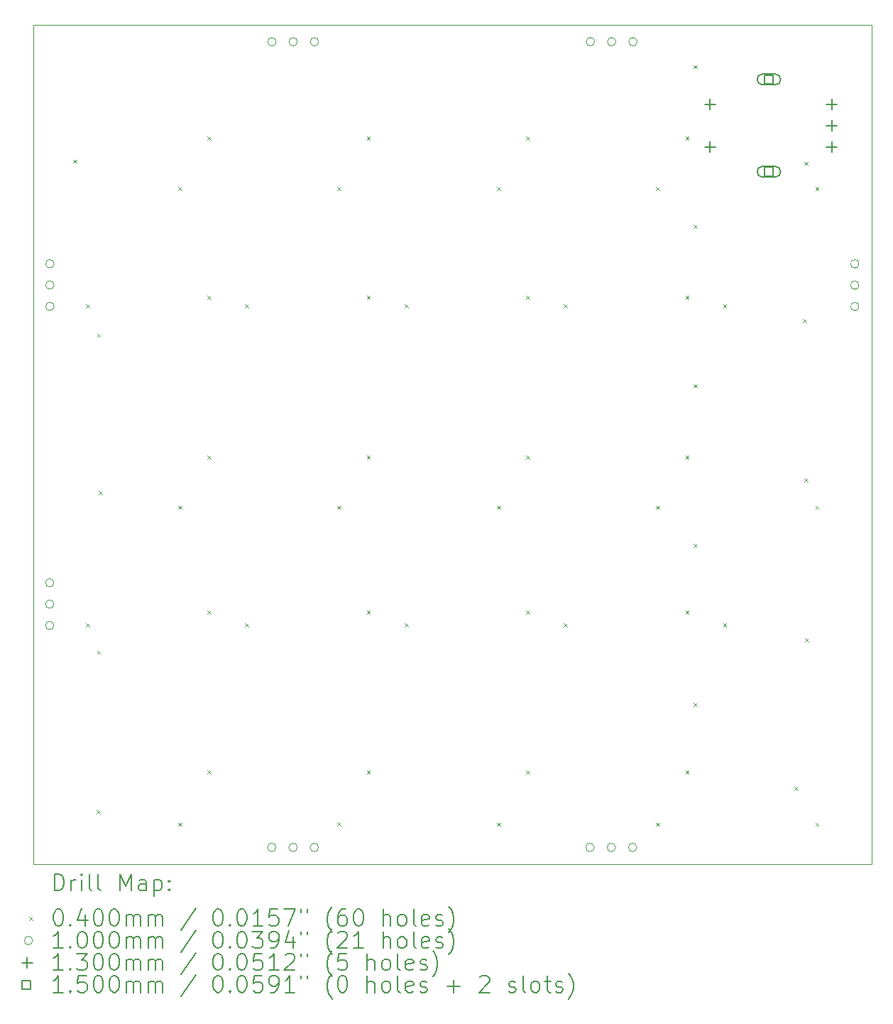
<source format=gbr>
%FSLAX45Y45*%
G04 Gerber Fmt 4.5, Leading zero omitted, Abs format (unit mm)*
G04 Created by KiCad (PCBNEW (6.0.5)) date 2022-06-26 21:28:01*
%MOMM*%
%LPD*%
G01*
G04 APERTURE LIST*
%TA.AperFunction,Profile*%
%ADD10C,0.100000*%
%TD*%
%ADD11C,0.200000*%
%ADD12C,0.040000*%
%ADD13C,0.100000*%
%ADD14C,0.130002*%
%ADD15C,0.150002*%
G04 APERTURE END LIST*
D10*
X3600000Y-3800000D02*
X13600000Y-3800000D01*
X3600000Y-13800000D02*
X3600000Y-3800000D01*
X13600000Y-13800000D02*
X3600000Y-13800000D01*
X13600000Y-3800000D02*
X13600000Y-13800000D01*
D11*
D12*
X4080000Y-5405000D02*
X4120000Y-5445000D01*
X4120000Y-5405000D02*
X4080000Y-5445000D01*
X4230000Y-7130000D02*
X4270000Y-7170000D01*
X4270000Y-7130000D02*
X4230000Y-7170000D01*
X4230000Y-10930000D02*
X4270000Y-10970000D01*
X4270000Y-10930000D02*
X4230000Y-10970000D01*
X4355000Y-13155000D02*
X4395000Y-13195000D01*
X4395000Y-13155000D02*
X4355000Y-13195000D01*
X4362450Y-7480000D02*
X4402450Y-7520000D01*
X4402450Y-7480000D02*
X4362450Y-7520000D01*
X4362450Y-11255000D02*
X4402450Y-11295000D01*
X4402450Y-11255000D02*
X4362450Y-11295000D01*
X4380000Y-9355000D02*
X4420000Y-9395000D01*
X4420000Y-9355000D02*
X4380000Y-9395000D01*
X5330000Y-5730000D02*
X5370000Y-5770000D01*
X5370000Y-5730000D02*
X5330000Y-5770000D01*
X5330000Y-9530000D02*
X5370000Y-9570000D01*
X5370000Y-9530000D02*
X5330000Y-9570000D01*
X5330000Y-13305000D02*
X5370000Y-13345000D01*
X5370000Y-13305000D02*
X5330000Y-13345000D01*
X5680000Y-5130000D02*
X5720000Y-5170000D01*
X5720000Y-5130000D02*
X5680000Y-5170000D01*
X5680000Y-7030000D02*
X5720000Y-7070000D01*
X5720000Y-7030000D02*
X5680000Y-7070000D01*
X5680000Y-8930000D02*
X5720000Y-8970000D01*
X5720000Y-8930000D02*
X5680000Y-8970000D01*
X5680000Y-10780000D02*
X5720000Y-10820000D01*
X5720000Y-10780000D02*
X5680000Y-10820000D01*
X5680000Y-12680000D02*
X5720000Y-12720000D01*
X5720000Y-12680000D02*
X5680000Y-12720000D01*
X6130000Y-7130000D02*
X6170000Y-7170000D01*
X6170000Y-7130000D02*
X6130000Y-7170000D01*
X6130000Y-10930000D02*
X6170000Y-10970000D01*
X6170000Y-10930000D02*
X6130000Y-10970000D01*
X7230000Y-5730000D02*
X7270000Y-5770000D01*
X7270000Y-5730000D02*
X7230000Y-5770000D01*
X7230000Y-9530000D02*
X7270000Y-9570000D01*
X7270000Y-9530000D02*
X7230000Y-9570000D01*
X7230000Y-13303550D02*
X7270000Y-13343550D01*
X7270000Y-13303550D02*
X7230000Y-13343550D01*
X7580000Y-5130000D02*
X7620000Y-5170000D01*
X7620000Y-5130000D02*
X7580000Y-5170000D01*
X7580000Y-7030000D02*
X7620000Y-7070000D01*
X7620000Y-7030000D02*
X7580000Y-7070000D01*
X7580000Y-8930000D02*
X7620000Y-8970000D01*
X7620000Y-8930000D02*
X7580000Y-8970000D01*
X7580000Y-10780000D02*
X7620000Y-10820000D01*
X7620000Y-10780000D02*
X7580000Y-10820000D01*
X7580000Y-12680000D02*
X7620000Y-12720000D01*
X7620000Y-12680000D02*
X7580000Y-12720000D01*
X8030000Y-7130000D02*
X8070000Y-7170000D01*
X8070000Y-7130000D02*
X8030000Y-7170000D01*
X8030000Y-10930000D02*
X8070000Y-10970000D01*
X8070000Y-10930000D02*
X8030000Y-10970000D01*
X9130000Y-5730000D02*
X9170000Y-5770000D01*
X9170000Y-5730000D02*
X9130000Y-5770000D01*
X9130000Y-9530000D02*
X9170000Y-9570000D01*
X9170000Y-9530000D02*
X9130000Y-9570000D01*
X9130000Y-13305000D02*
X9170000Y-13345000D01*
X9170000Y-13305000D02*
X9130000Y-13345000D01*
X9480000Y-5130000D02*
X9520000Y-5170000D01*
X9520000Y-5130000D02*
X9480000Y-5170000D01*
X9480000Y-7030000D02*
X9520000Y-7070000D01*
X9520000Y-7030000D02*
X9480000Y-7070000D01*
X9480000Y-8930000D02*
X9520000Y-8970000D01*
X9520000Y-8930000D02*
X9480000Y-8970000D01*
X9480000Y-10780000D02*
X9520000Y-10820000D01*
X9520000Y-10780000D02*
X9480000Y-10820000D01*
X9480000Y-12680000D02*
X9520000Y-12720000D01*
X9520000Y-12680000D02*
X9480000Y-12720000D01*
X9930000Y-7130000D02*
X9970000Y-7170000D01*
X9970000Y-7130000D02*
X9930000Y-7170000D01*
X9930000Y-10930000D02*
X9970000Y-10970000D01*
X9970000Y-10930000D02*
X9930000Y-10970000D01*
X11030000Y-5730000D02*
X11070000Y-5770000D01*
X11070000Y-5730000D02*
X11030000Y-5770000D01*
X11030000Y-9530000D02*
X11070000Y-9570000D01*
X11070000Y-9530000D02*
X11030000Y-9570000D01*
X11030000Y-13305000D02*
X11070000Y-13345000D01*
X11070000Y-13305000D02*
X11030000Y-13345000D01*
X11380000Y-5130000D02*
X11420000Y-5170000D01*
X11420000Y-5130000D02*
X11380000Y-5170000D01*
X11380000Y-7030000D02*
X11420000Y-7070000D01*
X11420000Y-7030000D02*
X11380000Y-7070000D01*
X11380000Y-8930000D02*
X11420000Y-8970000D01*
X11420000Y-8930000D02*
X11380000Y-8970000D01*
X11380000Y-10780000D02*
X11420000Y-10820000D01*
X11420000Y-10780000D02*
X11380000Y-10820000D01*
X11380000Y-12680000D02*
X11420000Y-12720000D01*
X11420000Y-12680000D02*
X11380000Y-12720000D01*
X11480000Y-4280000D02*
X11520000Y-4320000D01*
X11520000Y-4280000D02*
X11480000Y-4320000D01*
X11480000Y-6180000D02*
X11520000Y-6220000D01*
X11520000Y-6180000D02*
X11480000Y-6220000D01*
X11480000Y-8080000D02*
X11520000Y-8120000D01*
X11520000Y-8080000D02*
X11480000Y-8120000D01*
X11480000Y-9980000D02*
X11520000Y-10020000D01*
X11520000Y-9980000D02*
X11480000Y-10020000D01*
X11480000Y-11880000D02*
X11520000Y-11920000D01*
X11520000Y-11880000D02*
X11480000Y-11920000D01*
X11830000Y-7130000D02*
X11870000Y-7170000D01*
X11870000Y-7130000D02*
X11830000Y-7170000D01*
X11830000Y-10930000D02*
X11870000Y-10970000D01*
X11870000Y-10930000D02*
X11830000Y-10970000D01*
X12680000Y-12880000D02*
X12720000Y-12920000D01*
X12720000Y-12880000D02*
X12680000Y-12920000D01*
X12780000Y-7305000D02*
X12820000Y-7345000D01*
X12820000Y-7305000D02*
X12780000Y-7345000D01*
X12797550Y-5430000D02*
X12837550Y-5470000D01*
X12837550Y-5430000D02*
X12797550Y-5470000D01*
X12797550Y-9205000D02*
X12837550Y-9245000D01*
X12837550Y-9205000D02*
X12797550Y-9245000D01*
X12805000Y-11105000D02*
X12845000Y-11145000D01*
X12845000Y-11105000D02*
X12805000Y-11145000D01*
X12930000Y-5730000D02*
X12970000Y-5770000D01*
X12970000Y-5730000D02*
X12930000Y-5770000D01*
X12930000Y-9530000D02*
X12970000Y-9570000D01*
X12970000Y-9530000D02*
X12930000Y-9570000D01*
X12930000Y-13305000D02*
X12970000Y-13345000D01*
X12970000Y-13305000D02*
X12930000Y-13345000D01*
D13*
X3847500Y-10447500D02*
G75*
G03*
X3847500Y-10447500I-50000J0D01*
G01*
X3847500Y-10701500D02*
G75*
G03*
X3847500Y-10701500I-50000J0D01*
G01*
X3847500Y-10955500D02*
G75*
G03*
X3847500Y-10955500I-50000J0D01*
G01*
X3850000Y-6646000D02*
G75*
G03*
X3850000Y-6646000I-50000J0D01*
G01*
X3850000Y-6900000D02*
G75*
G03*
X3850000Y-6900000I-50000J0D01*
G01*
X3850000Y-7154000D02*
G75*
G03*
X3850000Y-7154000I-50000J0D01*
G01*
X6496000Y-13600000D02*
G75*
G03*
X6496000Y-13600000I-50000J0D01*
G01*
X6497500Y-4002500D02*
G75*
G03*
X6497500Y-4002500I-50000J0D01*
G01*
X6750000Y-13600000D02*
G75*
G03*
X6750000Y-13600000I-50000J0D01*
G01*
X6751500Y-4002500D02*
G75*
G03*
X6751500Y-4002500I-50000J0D01*
G01*
X7004000Y-13600000D02*
G75*
G03*
X7004000Y-13600000I-50000J0D01*
G01*
X7005500Y-4002500D02*
G75*
G03*
X7005500Y-4002500I-50000J0D01*
G01*
X10292000Y-13600000D02*
G75*
G03*
X10292000Y-13600000I-50000J0D01*
G01*
X10296000Y-4000000D02*
G75*
G03*
X10296000Y-4000000I-50000J0D01*
G01*
X10546000Y-13600000D02*
G75*
G03*
X10546000Y-13600000I-50000J0D01*
G01*
X10550000Y-4000000D02*
G75*
G03*
X10550000Y-4000000I-50000J0D01*
G01*
X10800000Y-13600000D02*
G75*
G03*
X10800000Y-13600000I-50000J0D01*
G01*
X10804000Y-4000000D02*
G75*
G03*
X10804000Y-4000000I-50000J0D01*
G01*
X13450000Y-6647500D02*
G75*
G03*
X13450000Y-6647500I-50000J0D01*
G01*
X13450000Y-6901500D02*
G75*
G03*
X13450000Y-6901500I-50000J0D01*
G01*
X13450000Y-7155500D02*
G75*
G03*
X13450000Y-7155500I-50000J0D01*
G01*
D14*
X11675000Y-4680999D02*
X11675000Y-4811001D01*
X11609999Y-4746000D02*
X11740001Y-4746000D01*
X11675000Y-5188999D02*
X11675000Y-5319001D01*
X11609999Y-5254000D02*
X11740001Y-5254000D01*
X13125000Y-4680999D02*
X13125000Y-4811001D01*
X13059999Y-4746000D02*
X13190001Y-4746000D01*
X13125000Y-4934999D02*
X13125000Y-5065001D01*
X13059999Y-5000000D02*
X13190001Y-5000000D01*
X13125000Y-5188999D02*
X13125000Y-5319001D01*
X13059999Y-5254000D02*
X13190001Y-5254000D01*
D15*
X12428034Y-4503034D02*
X12428034Y-4396966D01*
X12321966Y-4396966D01*
X12321966Y-4503034D01*
X12428034Y-4503034D01*
D11*
X12449999Y-4384999D02*
X12300001Y-4384999D01*
X12449999Y-4515001D02*
X12300001Y-4515001D01*
X12300001Y-4384999D02*
G75*
G03*
X12300001Y-4515001I0J-65001D01*
G01*
X12449999Y-4515001D02*
G75*
G03*
X12449999Y-4384999I0J65001D01*
G01*
D15*
X12428034Y-5603034D02*
X12428034Y-5496966D01*
X12321966Y-5496966D01*
X12321966Y-5603034D01*
X12428034Y-5603034D01*
D11*
X12449999Y-5484999D02*
X12300001Y-5484999D01*
X12449999Y-5615001D02*
X12300001Y-5615001D01*
X12300001Y-5484999D02*
G75*
G03*
X12300001Y-5615001I0J-65001D01*
G01*
X12449999Y-5615001D02*
G75*
G03*
X12449999Y-5484999I0J65001D01*
G01*
X3852619Y-14115476D02*
X3852619Y-13915476D01*
X3900238Y-13915476D01*
X3928809Y-13925000D01*
X3947857Y-13944048D01*
X3957381Y-13963095D01*
X3966905Y-14001190D01*
X3966905Y-14029762D01*
X3957381Y-14067857D01*
X3947857Y-14086905D01*
X3928809Y-14105952D01*
X3900238Y-14115476D01*
X3852619Y-14115476D01*
X4052619Y-14115476D02*
X4052619Y-13982143D01*
X4052619Y-14020238D02*
X4062143Y-14001190D01*
X4071667Y-13991667D01*
X4090714Y-13982143D01*
X4109762Y-13982143D01*
X4176428Y-14115476D02*
X4176428Y-13982143D01*
X4176428Y-13915476D02*
X4166905Y-13925000D01*
X4176428Y-13934524D01*
X4185952Y-13925000D01*
X4176428Y-13915476D01*
X4176428Y-13934524D01*
X4300238Y-14115476D02*
X4281190Y-14105952D01*
X4271667Y-14086905D01*
X4271667Y-13915476D01*
X4405000Y-14115476D02*
X4385952Y-14105952D01*
X4376429Y-14086905D01*
X4376429Y-13915476D01*
X4633571Y-14115476D02*
X4633571Y-13915476D01*
X4700238Y-14058333D01*
X4766905Y-13915476D01*
X4766905Y-14115476D01*
X4947857Y-14115476D02*
X4947857Y-14010714D01*
X4938333Y-13991667D01*
X4919286Y-13982143D01*
X4881190Y-13982143D01*
X4862143Y-13991667D01*
X4947857Y-14105952D02*
X4928810Y-14115476D01*
X4881190Y-14115476D01*
X4862143Y-14105952D01*
X4852619Y-14086905D01*
X4852619Y-14067857D01*
X4862143Y-14048809D01*
X4881190Y-14039286D01*
X4928810Y-14039286D01*
X4947857Y-14029762D01*
X5043095Y-13982143D02*
X5043095Y-14182143D01*
X5043095Y-13991667D02*
X5062143Y-13982143D01*
X5100238Y-13982143D01*
X5119286Y-13991667D01*
X5128810Y-14001190D01*
X5138333Y-14020238D01*
X5138333Y-14077381D01*
X5128810Y-14096428D01*
X5119286Y-14105952D01*
X5100238Y-14115476D01*
X5062143Y-14115476D01*
X5043095Y-14105952D01*
X5224048Y-14096428D02*
X5233571Y-14105952D01*
X5224048Y-14115476D01*
X5214524Y-14105952D01*
X5224048Y-14096428D01*
X5224048Y-14115476D01*
X5224048Y-13991667D02*
X5233571Y-14001190D01*
X5224048Y-14010714D01*
X5214524Y-14001190D01*
X5224048Y-13991667D01*
X5224048Y-14010714D01*
D12*
X3555000Y-14425000D02*
X3595000Y-14465000D01*
X3595000Y-14425000D02*
X3555000Y-14465000D01*
D11*
X3890714Y-14335476D02*
X3909762Y-14335476D01*
X3928809Y-14345000D01*
X3938333Y-14354524D01*
X3947857Y-14373571D01*
X3957381Y-14411667D01*
X3957381Y-14459286D01*
X3947857Y-14497381D01*
X3938333Y-14516428D01*
X3928809Y-14525952D01*
X3909762Y-14535476D01*
X3890714Y-14535476D01*
X3871667Y-14525952D01*
X3862143Y-14516428D01*
X3852619Y-14497381D01*
X3843095Y-14459286D01*
X3843095Y-14411667D01*
X3852619Y-14373571D01*
X3862143Y-14354524D01*
X3871667Y-14345000D01*
X3890714Y-14335476D01*
X4043095Y-14516428D02*
X4052619Y-14525952D01*
X4043095Y-14535476D01*
X4033571Y-14525952D01*
X4043095Y-14516428D01*
X4043095Y-14535476D01*
X4224048Y-14402143D02*
X4224048Y-14535476D01*
X4176428Y-14325952D02*
X4128809Y-14468809D01*
X4252619Y-14468809D01*
X4366905Y-14335476D02*
X4385952Y-14335476D01*
X4405000Y-14345000D01*
X4414524Y-14354524D01*
X4424048Y-14373571D01*
X4433571Y-14411667D01*
X4433571Y-14459286D01*
X4424048Y-14497381D01*
X4414524Y-14516428D01*
X4405000Y-14525952D01*
X4385952Y-14535476D01*
X4366905Y-14535476D01*
X4347857Y-14525952D01*
X4338333Y-14516428D01*
X4328810Y-14497381D01*
X4319286Y-14459286D01*
X4319286Y-14411667D01*
X4328810Y-14373571D01*
X4338333Y-14354524D01*
X4347857Y-14345000D01*
X4366905Y-14335476D01*
X4557381Y-14335476D02*
X4576429Y-14335476D01*
X4595476Y-14345000D01*
X4605000Y-14354524D01*
X4614524Y-14373571D01*
X4624048Y-14411667D01*
X4624048Y-14459286D01*
X4614524Y-14497381D01*
X4605000Y-14516428D01*
X4595476Y-14525952D01*
X4576429Y-14535476D01*
X4557381Y-14535476D01*
X4538333Y-14525952D01*
X4528810Y-14516428D01*
X4519286Y-14497381D01*
X4509762Y-14459286D01*
X4509762Y-14411667D01*
X4519286Y-14373571D01*
X4528810Y-14354524D01*
X4538333Y-14345000D01*
X4557381Y-14335476D01*
X4709762Y-14535476D02*
X4709762Y-14402143D01*
X4709762Y-14421190D02*
X4719286Y-14411667D01*
X4738333Y-14402143D01*
X4766905Y-14402143D01*
X4785952Y-14411667D01*
X4795476Y-14430714D01*
X4795476Y-14535476D01*
X4795476Y-14430714D02*
X4805000Y-14411667D01*
X4824048Y-14402143D01*
X4852619Y-14402143D01*
X4871667Y-14411667D01*
X4881190Y-14430714D01*
X4881190Y-14535476D01*
X4976429Y-14535476D02*
X4976429Y-14402143D01*
X4976429Y-14421190D02*
X4985952Y-14411667D01*
X5005000Y-14402143D01*
X5033571Y-14402143D01*
X5052619Y-14411667D01*
X5062143Y-14430714D01*
X5062143Y-14535476D01*
X5062143Y-14430714D02*
X5071667Y-14411667D01*
X5090714Y-14402143D01*
X5119286Y-14402143D01*
X5138333Y-14411667D01*
X5147857Y-14430714D01*
X5147857Y-14535476D01*
X5538333Y-14325952D02*
X5366905Y-14583095D01*
X5795476Y-14335476D02*
X5814524Y-14335476D01*
X5833571Y-14345000D01*
X5843095Y-14354524D01*
X5852619Y-14373571D01*
X5862143Y-14411667D01*
X5862143Y-14459286D01*
X5852619Y-14497381D01*
X5843095Y-14516428D01*
X5833571Y-14525952D01*
X5814524Y-14535476D01*
X5795476Y-14535476D01*
X5776428Y-14525952D01*
X5766905Y-14516428D01*
X5757381Y-14497381D01*
X5747857Y-14459286D01*
X5747857Y-14411667D01*
X5757381Y-14373571D01*
X5766905Y-14354524D01*
X5776428Y-14345000D01*
X5795476Y-14335476D01*
X5947857Y-14516428D02*
X5957381Y-14525952D01*
X5947857Y-14535476D01*
X5938333Y-14525952D01*
X5947857Y-14516428D01*
X5947857Y-14535476D01*
X6081190Y-14335476D02*
X6100238Y-14335476D01*
X6119286Y-14345000D01*
X6128809Y-14354524D01*
X6138333Y-14373571D01*
X6147857Y-14411667D01*
X6147857Y-14459286D01*
X6138333Y-14497381D01*
X6128809Y-14516428D01*
X6119286Y-14525952D01*
X6100238Y-14535476D01*
X6081190Y-14535476D01*
X6062143Y-14525952D01*
X6052619Y-14516428D01*
X6043095Y-14497381D01*
X6033571Y-14459286D01*
X6033571Y-14411667D01*
X6043095Y-14373571D01*
X6052619Y-14354524D01*
X6062143Y-14345000D01*
X6081190Y-14335476D01*
X6338333Y-14535476D02*
X6224048Y-14535476D01*
X6281190Y-14535476D02*
X6281190Y-14335476D01*
X6262143Y-14364048D01*
X6243095Y-14383095D01*
X6224048Y-14392619D01*
X6519286Y-14335476D02*
X6424048Y-14335476D01*
X6414524Y-14430714D01*
X6424048Y-14421190D01*
X6443095Y-14411667D01*
X6490714Y-14411667D01*
X6509762Y-14421190D01*
X6519286Y-14430714D01*
X6528809Y-14449762D01*
X6528809Y-14497381D01*
X6519286Y-14516428D01*
X6509762Y-14525952D01*
X6490714Y-14535476D01*
X6443095Y-14535476D01*
X6424048Y-14525952D01*
X6414524Y-14516428D01*
X6595476Y-14335476D02*
X6728809Y-14335476D01*
X6643095Y-14535476D01*
X6795476Y-14335476D02*
X6795476Y-14373571D01*
X6871667Y-14335476D02*
X6871667Y-14373571D01*
X7166905Y-14611667D02*
X7157381Y-14602143D01*
X7138333Y-14573571D01*
X7128809Y-14554524D01*
X7119286Y-14525952D01*
X7109762Y-14478333D01*
X7109762Y-14440238D01*
X7119286Y-14392619D01*
X7128809Y-14364048D01*
X7138333Y-14345000D01*
X7157381Y-14316428D01*
X7166905Y-14306905D01*
X7328809Y-14335476D02*
X7290714Y-14335476D01*
X7271667Y-14345000D01*
X7262143Y-14354524D01*
X7243095Y-14383095D01*
X7233571Y-14421190D01*
X7233571Y-14497381D01*
X7243095Y-14516428D01*
X7252619Y-14525952D01*
X7271667Y-14535476D01*
X7309762Y-14535476D01*
X7328809Y-14525952D01*
X7338333Y-14516428D01*
X7347857Y-14497381D01*
X7347857Y-14449762D01*
X7338333Y-14430714D01*
X7328809Y-14421190D01*
X7309762Y-14411667D01*
X7271667Y-14411667D01*
X7252619Y-14421190D01*
X7243095Y-14430714D01*
X7233571Y-14449762D01*
X7471667Y-14335476D02*
X7490714Y-14335476D01*
X7509762Y-14345000D01*
X7519286Y-14354524D01*
X7528809Y-14373571D01*
X7538333Y-14411667D01*
X7538333Y-14459286D01*
X7528809Y-14497381D01*
X7519286Y-14516428D01*
X7509762Y-14525952D01*
X7490714Y-14535476D01*
X7471667Y-14535476D01*
X7452619Y-14525952D01*
X7443095Y-14516428D01*
X7433571Y-14497381D01*
X7424048Y-14459286D01*
X7424048Y-14411667D01*
X7433571Y-14373571D01*
X7443095Y-14354524D01*
X7452619Y-14345000D01*
X7471667Y-14335476D01*
X7776428Y-14535476D02*
X7776428Y-14335476D01*
X7862143Y-14535476D02*
X7862143Y-14430714D01*
X7852619Y-14411667D01*
X7833571Y-14402143D01*
X7805000Y-14402143D01*
X7785952Y-14411667D01*
X7776428Y-14421190D01*
X7985952Y-14535476D02*
X7966905Y-14525952D01*
X7957381Y-14516428D01*
X7947857Y-14497381D01*
X7947857Y-14440238D01*
X7957381Y-14421190D01*
X7966905Y-14411667D01*
X7985952Y-14402143D01*
X8014524Y-14402143D01*
X8033571Y-14411667D01*
X8043095Y-14421190D01*
X8052619Y-14440238D01*
X8052619Y-14497381D01*
X8043095Y-14516428D01*
X8033571Y-14525952D01*
X8014524Y-14535476D01*
X7985952Y-14535476D01*
X8166905Y-14535476D02*
X8147857Y-14525952D01*
X8138333Y-14506905D01*
X8138333Y-14335476D01*
X8319286Y-14525952D02*
X8300238Y-14535476D01*
X8262143Y-14535476D01*
X8243095Y-14525952D01*
X8233571Y-14506905D01*
X8233571Y-14430714D01*
X8243095Y-14411667D01*
X8262143Y-14402143D01*
X8300238Y-14402143D01*
X8319286Y-14411667D01*
X8328809Y-14430714D01*
X8328809Y-14449762D01*
X8233571Y-14468809D01*
X8405000Y-14525952D02*
X8424048Y-14535476D01*
X8462143Y-14535476D01*
X8481190Y-14525952D01*
X8490714Y-14506905D01*
X8490714Y-14497381D01*
X8481190Y-14478333D01*
X8462143Y-14468809D01*
X8433571Y-14468809D01*
X8414524Y-14459286D01*
X8405000Y-14440238D01*
X8405000Y-14430714D01*
X8414524Y-14411667D01*
X8433571Y-14402143D01*
X8462143Y-14402143D01*
X8481190Y-14411667D01*
X8557381Y-14611667D02*
X8566905Y-14602143D01*
X8585952Y-14573571D01*
X8595476Y-14554524D01*
X8605000Y-14525952D01*
X8614524Y-14478333D01*
X8614524Y-14440238D01*
X8605000Y-14392619D01*
X8595476Y-14364048D01*
X8585952Y-14345000D01*
X8566905Y-14316428D01*
X8557381Y-14306905D01*
D13*
X3595000Y-14709000D02*
G75*
G03*
X3595000Y-14709000I-50000J0D01*
G01*
D11*
X3957381Y-14799476D02*
X3843095Y-14799476D01*
X3900238Y-14799476D02*
X3900238Y-14599476D01*
X3881190Y-14628048D01*
X3862143Y-14647095D01*
X3843095Y-14656619D01*
X4043095Y-14780428D02*
X4052619Y-14789952D01*
X4043095Y-14799476D01*
X4033571Y-14789952D01*
X4043095Y-14780428D01*
X4043095Y-14799476D01*
X4176428Y-14599476D02*
X4195476Y-14599476D01*
X4214524Y-14609000D01*
X4224048Y-14618524D01*
X4233571Y-14637571D01*
X4243095Y-14675667D01*
X4243095Y-14723286D01*
X4233571Y-14761381D01*
X4224048Y-14780428D01*
X4214524Y-14789952D01*
X4195476Y-14799476D01*
X4176428Y-14799476D01*
X4157381Y-14789952D01*
X4147857Y-14780428D01*
X4138333Y-14761381D01*
X4128809Y-14723286D01*
X4128809Y-14675667D01*
X4138333Y-14637571D01*
X4147857Y-14618524D01*
X4157381Y-14609000D01*
X4176428Y-14599476D01*
X4366905Y-14599476D02*
X4385952Y-14599476D01*
X4405000Y-14609000D01*
X4414524Y-14618524D01*
X4424048Y-14637571D01*
X4433571Y-14675667D01*
X4433571Y-14723286D01*
X4424048Y-14761381D01*
X4414524Y-14780428D01*
X4405000Y-14789952D01*
X4385952Y-14799476D01*
X4366905Y-14799476D01*
X4347857Y-14789952D01*
X4338333Y-14780428D01*
X4328810Y-14761381D01*
X4319286Y-14723286D01*
X4319286Y-14675667D01*
X4328810Y-14637571D01*
X4338333Y-14618524D01*
X4347857Y-14609000D01*
X4366905Y-14599476D01*
X4557381Y-14599476D02*
X4576429Y-14599476D01*
X4595476Y-14609000D01*
X4605000Y-14618524D01*
X4614524Y-14637571D01*
X4624048Y-14675667D01*
X4624048Y-14723286D01*
X4614524Y-14761381D01*
X4605000Y-14780428D01*
X4595476Y-14789952D01*
X4576429Y-14799476D01*
X4557381Y-14799476D01*
X4538333Y-14789952D01*
X4528810Y-14780428D01*
X4519286Y-14761381D01*
X4509762Y-14723286D01*
X4509762Y-14675667D01*
X4519286Y-14637571D01*
X4528810Y-14618524D01*
X4538333Y-14609000D01*
X4557381Y-14599476D01*
X4709762Y-14799476D02*
X4709762Y-14666143D01*
X4709762Y-14685190D02*
X4719286Y-14675667D01*
X4738333Y-14666143D01*
X4766905Y-14666143D01*
X4785952Y-14675667D01*
X4795476Y-14694714D01*
X4795476Y-14799476D01*
X4795476Y-14694714D02*
X4805000Y-14675667D01*
X4824048Y-14666143D01*
X4852619Y-14666143D01*
X4871667Y-14675667D01*
X4881190Y-14694714D01*
X4881190Y-14799476D01*
X4976429Y-14799476D02*
X4976429Y-14666143D01*
X4976429Y-14685190D02*
X4985952Y-14675667D01*
X5005000Y-14666143D01*
X5033571Y-14666143D01*
X5052619Y-14675667D01*
X5062143Y-14694714D01*
X5062143Y-14799476D01*
X5062143Y-14694714D02*
X5071667Y-14675667D01*
X5090714Y-14666143D01*
X5119286Y-14666143D01*
X5138333Y-14675667D01*
X5147857Y-14694714D01*
X5147857Y-14799476D01*
X5538333Y-14589952D02*
X5366905Y-14847095D01*
X5795476Y-14599476D02*
X5814524Y-14599476D01*
X5833571Y-14609000D01*
X5843095Y-14618524D01*
X5852619Y-14637571D01*
X5862143Y-14675667D01*
X5862143Y-14723286D01*
X5852619Y-14761381D01*
X5843095Y-14780428D01*
X5833571Y-14789952D01*
X5814524Y-14799476D01*
X5795476Y-14799476D01*
X5776428Y-14789952D01*
X5766905Y-14780428D01*
X5757381Y-14761381D01*
X5747857Y-14723286D01*
X5747857Y-14675667D01*
X5757381Y-14637571D01*
X5766905Y-14618524D01*
X5776428Y-14609000D01*
X5795476Y-14599476D01*
X5947857Y-14780428D02*
X5957381Y-14789952D01*
X5947857Y-14799476D01*
X5938333Y-14789952D01*
X5947857Y-14780428D01*
X5947857Y-14799476D01*
X6081190Y-14599476D02*
X6100238Y-14599476D01*
X6119286Y-14609000D01*
X6128809Y-14618524D01*
X6138333Y-14637571D01*
X6147857Y-14675667D01*
X6147857Y-14723286D01*
X6138333Y-14761381D01*
X6128809Y-14780428D01*
X6119286Y-14789952D01*
X6100238Y-14799476D01*
X6081190Y-14799476D01*
X6062143Y-14789952D01*
X6052619Y-14780428D01*
X6043095Y-14761381D01*
X6033571Y-14723286D01*
X6033571Y-14675667D01*
X6043095Y-14637571D01*
X6052619Y-14618524D01*
X6062143Y-14609000D01*
X6081190Y-14599476D01*
X6214524Y-14599476D02*
X6338333Y-14599476D01*
X6271667Y-14675667D01*
X6300238Y-14675667D01*
X6319286Y-14685190D01*
X6328809Y-14694714D01*
X6338333Y-14713762D01*
X6338333Y-14761381D01*
X6328809Y-14780428D01*
X6319286Y-14789952D01*
X6300238Y-14799476D01*
X6243095Y-14799476D01*
X6224048Y-14789952D01*
X6214524Y-14780428D01*
X6433571Y-14799476D02*
X6471667Y-14799476D01*
X6490714Y-14789952D01*
X6500238Y-14780428D01*
X6519286Y-14751857D01*
X6528809Y-14713762D01*
X6528809Y-14637571D01*
X6519286Y-14618524D01*
X6509762Y-14609000D01*
X6490714Y-14599476D01*
X6452619Y-14599476D01*
X6433571Y-14609000D01*
X6424048Y-14618524D01*
X6414524Y-14637571D01*
X6414524Y-14685190D01*
X6424048Y-14704238D01*
X6433571Y-14713762D01*
X6452619Y-14723286D01*
X6490714Y-14723286D01*
X6509762Y-14713762D01*
X6519286Y-14704238D01*
X6528809Y-14685190D01*
X6700238Y-14666143D02*
X6700238Y-14799476D01*
X6652619Y-14589952D02*
X6605000Y-14732809D01*
X6728809Y-14732809D01*
X6795476Y-14599476D02*
X6795476Y-14637571D01*
X6871667Y-14599476D02*
X6871667Y-14637571D01*
X7166905Y-14875667D02*
X7157381Y-14866143D01*
X7138333Y-14837571D01*
X7128809Y-14818524D01*
X7119286Y-14789952D01*
X7109762Y-14742333D01*
X7109762Y-14704238D01*
X7119286Y-14656619D01*
X7128809Y-14628048D01*
X7138333Y-14609000D01*
X7157381Y-14580428D01*
X7166905Y-14570905D01*
X7233571Y-14618524D02*
X7243095Y-14609000D01*
X7262143Y-14599476D01*
X7309762Y-14599476D01*
X7328809Y-14609000D01*
X7338333Y-14618524D01*
X7347857Y-14637571D01*
X7347857Y-14656619D01*
X7338333Y-14685190D01*
X7224048Y-14799476D01*
X7347857Y-14799476D01*
X7538333Y-14799476D02*
X7424048Y-14799476D01*
X7481190Y-14799476D02*
X7481190Y-14599476D01*
X7462143Y-14628048D01*
X7443095Y-14647095D01*
X7424048Y-14656619D01*
X7776428Y-14799476D02*
X7776428Y-14599476D01*
X7862143Y-14799476D02*
X7862143Y-14694714D01*
X7852619Y-14675667D01*
X7833571Y-14666143D01*
X7805000Y-14666143D01*
X7785952Y-14675667D01*
X7776428Y-14685190D01*
X7985952Y-14799476D02*
X7966905Y-14789952D01*
X7957381Y-14780428D01*
X7947857Y-14761381D01*
X7947857Y-14704238D01*
X7957381Y-14685190D01*
X7966905Y-14675667D01*
X7985952Y-14666143D01*
X8014524Y-14666143D01*
X8033571Y-14675667D01*
X8043095Y-14685190D01*
X8052619Y-14704238D01*
X8052619Y-14761381D01*
X8043095Y-14780428D01*
X8033571Y-14789952D01*
X8014524Y-14799476D01*
X7985952Y-14799476D01*
X8166905Y-14799476D02*
X8147857Y-14789952D01*
X8138333Y-14770905D01*
X8138333Y-14599476D01*
X8319286Y-14789952D02*
X8300238Y-14799476D01*
X8262143Y-14799476D01*
X8243095Y-14789952D01*
X8233571Y-14770905D01*
X8233571Y-14694714D01*
X8243095Y-14675667D01*
X8262143Y-14666143D01*
X8300238Y-14666143D01*
X8319286Y-14675667D01*
X8328809Y-14694714D01*
X8328809Y-14713762D01*
X8233571Y-14732809D01*
X8405000Y-14789952D02*
X8424048Y-14799476D01*
X8462143Y-14799476D01*
X8481190Y-14789952D01*
X8490714Y-14770905D01*
X8490714Y-14761381D01*
X8481190Y-14742333D01*
X8462143Y-14732809D01*
X8433571Y-14732809D01*
X8414524Y-14723286D01*
X8405000Y-14704238D01*
X8405000Y-14694714D01*
X8414524Y-14675667D01*
X8433571Y-14666143D01*
X8462143Y-14666143D01*
X8481190Y-14675667D01*
X8557381Y-14875667D02*
X8566905Y-14866143D01*
X8585952Y-14837571D01*
X8595476Y-14818524D01*
X8605000Y-14789952D01*
X8614524Y-14742333D01*
X8614524Y-14704238D01*
X8605000Y-14656619D01*
X8595476Y-14628048D01*
X8585952Y-14609000D01*
X8566905Y-14580428D01*
X8557381Y-14570905D01*
D14*
X3529999Y-14907999D02*
X3529999Y-15038001D01*
X3464998Y-14973000D02*
X3595000Y-14973000D01*
D11*
X3957381Y-15063476D02*
X3843095Y-15063476D01*
X3900238Y-15063476D02*
X3900238Y-14863476D01*
X3881190Y-14892048D01*
X3862143Y-14911095D01*
X3843095Y-14920619D01*
X4043095Y-15044428D02*
X4052619Y-15053952D01*
X4043095Y-15063476D01*
X4033571Y-15053952D01*
X4043095Y-15044428D01*
X4043095Y-15063476D01*
X4119286Y-14863476D02*
X4243095Y-14863476D01*
X4176428Y-14939667D01*
X4205000Y-14939667D01*
X4224048Y-14949190D01*
X4233571Y-14958714D01*
X4243095Y-14977762D01*
X4243095Y-15025381D01*
X4233571Y-15044428D01*
X4224048Y-15053952D01*
X4205000Y-15063476D01*
X4147857Y-15063476D01*
X4128809Y-15053952D01*
X4119286Y-15044428D01*
X4366905Y-14863476D02*
X4385952Y-14863476D01*
X4405000Y-14873000D01*
X4414524Y-14882524D01*
X4424048Y-14901571D01*
X4433571Y-14939667D01*
X4433571Y-14987286D01*
X4424048Y-15025381D01*
X4414524Y-15044428D01*
X4405000Y-15053952D01*
X4385952Y-15063476D01*
X4366905Y-15063476D01*
X4347857Y-15053952D01*
X4338333Y-15044428D01*
X4328810Y-15025381D01*
X4319286Y-14987286D01*
X4319286Y-14939667D01*
X4328810Y-14901571D01*
X4338333Y-14882524D01*
X4347857Y-14873000D01*
X4366905Y-14863476D01*
X4557381Y-14863476D02*
X4576429Y-14863476D01*
X4595476Y-14873000D01*
X4605000Y-14882524D01*
X4614524Y-14901571D01*
X4624048Y-14939667D01*
X4624048Y-14987286D01*
X4614524Y-15025381D01*
X4605000Y-15044428D01*
X4595476Y-15053952D01*
X4576429Y-15063476D01*
X4557381Y-15063476D01*
X4538333Y-15053952D01*
X4528810Y-15044428D01*
X4519286Y-15025381D01*
X4509762Y-14987286D01*
X4509762Y-14939667D01*
X4519286Y-14901571D01*
X4528810Y-14882524D01*
X4538333Y-14873000D01*
X4557381Y-14863476D01*
X4709762Y-15063476D02*
X4709762Y-14930143D01*
X4709762Y-14949190D02*
X4719286Y-14939667D01*
X4738333Y-14930143D01*
X4766905Y-14930143D01*
X4785952Y-14939667D01*
X4795476Y-14958714D01*
X4795476Y-15063476D01*
X4795476Y-14958714D02*
X4805000Y-14939667D01*
X4824048Y-14930143D01*
X4852619Y-14930143D01*
X4871667Y-14939667D01*
X4881190Y-14958714D01*
X4881190Y-15063476D01*
X4976429Y-15063476D02*
X4976429Y-14930143D01*
X4976429Y-14949190D02*
X4985952Y-14939667D01*
X5005000Y-14930143D01*
X5033571Y-14930143D01*
X5052619Y-14939667D01*
X5062143Y-14958714D01*
X5062143Y-15063476D01*
X5062143Y-14958714D02*
X5071667Y-14939667D01*
X5090714Y-14930143D01*
X5119286Y-14930143D01*
X5138333Y-14939667D01*
X5147857Y-14958714D01*
X5147857Y-15063476D01*
X5538333Y-14853952D02*
X5366905Y-15111095D01*
X5795476Y-14863476D02*
X5814524Y-14863476D01*
X5833571Y-14873000D01*
X5843095Y-14882524D01*
X5852619Y-14901571D01*
X5862143Y-14939667D01*
X5862143Y-14987286D01*
X5852619Y-15025381D01*
X5843095Y-15044428D01*
X5833571Y-15053952D01*
X5814524Y-15063476D01*
X5795476Y-15063476D01*
X5776428Y-15053952D01*
X5766905Y-15044428D01*
X5757381Y-15025381D01*
X5747857Y-14987286D01*
X5747857Y-14939667D01*
X5757381Y-14901571D01*
X5766905Y-14882524D01*
X5776428Y-14873000D01*
X5795476Y-14863476D01*
X5947857Y-15044428D02*
X5957381Y-15053952D01*
X5947857Y-15063476D01*
X5938333Y-15053952D01*
X5947857Y-15044428D01*
X5947857Y-15063476D01*
X6081190Y-14863476D02*
X6100238Y-14863476D01*
X6119286Y-14873000D01*
X6128809Y-14882524D01*
X6138333Y-14901571D01*
X6147857Y-14939667D01*
X6147857Y-14987286D01*
X6138333Y-15025381D01*
X6128809Y-15044428D01*
X6119286Y-15053952D01*
X6100238Y-15063476D01*
X6081190Y-15063476D01*
X6062143Y-15053952D01*
X6052619Y-15044428D01*
X6043095Y-15025381D01*
X6033571Y-14987286D01*
X6033571Y-14939667D01*
X6043095Y-14901571D01*
X6052619Y-14882524D01*
X6062143Y-14873000D01*
X6081190Y-14863476D01*
X6328809Y-14863476D02*
X6233571Y-14863476D01*
X6224048Y-14958714D01*
X6233571Y-14949190D01*
X6252619Y-14939667D01*
X6300238Y-14939667D01*
X6319286Y-14949190D01*
X6328809Y-14958714D01*
X6338333Y-14977762D01*
X6338333Y-15025381D01*
X6328809Y-15044428D01*
X6319286Y-15053952D01*
X6300238Y-15063476D01*
X6252619Y-15063476D01*
X6233571Y-15053952D01*
X6224048Y-15044428D01*
X6528809Y-15063476D02*
X6414524Y-15063476D01*
X6471667Y-15063476D02*
X6471667Y-14863476D01*
X6452619Y-14892048D01*
X6433571Y-14911095D01*
X6414524Y-14920619D01*
X6605000Y-14882524D02*
X6614524Y-14873000D01*
X6633571Y-14863476D01*
X6681190Y-14863476D01*
X6700238Y-14873000D01*
X6709762Y-14882524D01*
X6719286Y-14901571D01*
X6719286Y-14920619D01*
X6709762Y-14949190D01*
X6595476Y-15063476D01*
X6719286Y-15063476D01*
X6795476Y-14863476D02*
X6795476Y-14901571D01*
X6871667Y-14863476D02*
X6871667Y-14901571D01*
X7166905Y-15139667D02*
X7157381Y-15130143D01*
X7138333Y-15101571D01*
X7128809Y-15082524D01*
X7119286Y-15053952D01*
X7109762Y-15006333D01*
X7109762Y-14968238D01*
X7119286Y-14920619D01*
X7128809Y-14892048D01*
X7138333Y-14873000D01*
X7157381Y-14844428D01*
X7166905Y-14834905D01*
X7338333Y-14863476D02*
X7243095Y-14863476D01*
X7233571Y-14958714D01*
X7243095Y-14949190D01*
X7262143Y-14939667D01*
X7309762Y-14939667D01*
X7328809Y-14949190D01*
X7338333Y-14958714D01*
X7347857Y-14977762D01*
X7347857Y-15025381D01*
X7338333Y-15044428D01*
X7328809Y-15053952D01*
X7309762Y-15063476D01*
X7262143Y-15063476D01*
X7243095Y-15053952D01*
X7233571Y-15044428D01*
X7585952Y-15063476D02*
X7585952Y-14863476D01*
X7671667Y-15063476D02*
X7671667Y-14958714D01*
X7662143Y-14939667D01*
X7643095Y-14930143D01*
X7614524Y-14930143D01*
X7595476Y-14939667D01*
X7585952Y-14949190D01*
X7795476Y-15063476D02*
X7776428Y-15053952D01*
X7766905Y-15044428D01*
X7757381Y-15025381D01*
X7757381Y-14968238D01*
X7766905Y-14949190D01*
X7776428Y-14939667D01*
X7795476Y-14930143D01*
X7824048Y-14930143D01*
X7843095Y-14939667D01*
X7852619Y-14949190D01*
X7862143Y-14968238D01*
X7862143Y-15025381D01*
X7852619Y-15044428D01*
X7843095Y-15053952D01*
X7824048Y-15063476D01*
X7795476Y-15063476D01*
X7976428Y-15063476D02*
X7957381Y-15053952D01*
X7947857Y-15034905D01*
X7947857Y-14863476D01*
X8128809Y-15053952D02*
X8109762Y-15063476D01*
X8071667Y-15063476D01*
X8052619Y-15053952D01*
X8043095Y-15034905D01*
X8043095Y-14958714D01*
X8052619Y-14939667D01*
X8071667Y-14930143D01*
X8109762Y-14930143D01*
X8128809Y-14939667D01*
X8138333Y-14958714D01*
X8138333Y-14977762D01*
X8043095Y-14996809D01*
X8214524Y-15053952D02*
X8233571Y-15063476D01*
X8271667Y-15063476D01*
X8290714Y-15053952D01*
X8300238Y-15034905D01*
X8300238Y-15025381D01*
X8290714Y-15006333D01*
X8271667Y-14996809D01*
X8243095Y-14996809D01*
X8224048Y-14987286D01*
X8214524Y-14968238D01*
X8214524Y-14958714D01*
X8224048Y-14939667D01*
X8243095Y-14930143D01*
X8271667Y-14930143D01*
X8290714Y-14939667D01*
X8366905Y-15139667D02*
X8376428Y-15130143D01*
X8395476Y-15101571D01*
X8405000Y-15082524D01*
X8414524Y-15053952D01*
X8424048Y-15006333D01*
X8424048Y-14968238D01*
X8414524Y-14920619D01*
X8405000Y-14892048D01*
X8395476Y-14873000D01*
X8376428Y-14844428D01*
X8366905Y-14834905D01*
D15*
X3573033Y-15290034D02*
X3573033Y-15183966D01*
X3466965Y-15183966D01*
X3466965Y-15290034D01*
X3573033Y-15290034D01*
D11*
X3957381Y-15327476D02*
X3843095Y-15327476D01*
X3900238Y-15327476D02*
X3900238Y-15127476D01*
X3881190Y-15156048D01*
X3862143Y-15175095D01*
X3843095Y-15184619D01*
X4043095Y-15308428D02*
X4052619Y-15317952D01*
X4043095Y-15327476D01*
X4033571Y-15317952D01*
X4043095Y-15308428D01*
X4043095Y-15327476D01*
X4233571Y-15127476D02*
X4138333Y-15127476D01*
X4128809Y-15222714D01*
X4138333Y-15213190D01*
X4157381Y-15203667D01*
X4205000Y-15203667D01*
X4224048Y-15213190D01*
X4233571Y-15222714D01*
X4243095Y-15241762D01*
X4243095Y-15289381D01*
X4233571Y-15308428D01*
X4224048Y-15317952D01*
X4205000Y-15327476D01*
X4157381Y-15327476D01*
X4138333Y-15317952D01*
X4128809Y-15308428D01*
X4366905Y-15127476D02*
X4385952Y-15127476D01*
X4405000Y-15137000D01*
X4414524Y-15146524D01*
X4424048Y-15165571D01*
X4433571Y-15203667D01*
X4433571Y-15251286D01*
X4424048Y-15289381D01*
X4414524Y-15308428D01*
X4405000Y-15317952D01*
X4385952Y-15327476D01*
X4366905Y-15327476D01*
X4347857Y-15317952D01*
X4338333Y-15308428D01*
X4328810Y-15289381D01*
X4319286Y-15251286D01*
X4319286Y-15203667D01*
X4328810Y-15165571D01*
X4338333Y-15146524D01*
X4347857Y-15137000D01*
X4366905Y-15127476D01*
X4557381Y-15127476D02*
X4576429Y-15127476D01*
X4595476Y-15137000D01*
X4605000Y-15146524D01*
X4614524Y-15165571D01*
X4624048Y-15203667D01*
X4624048Y-15251286D01*
X4614524Y-15289381D01*
X4605000Y-15308428D01*
X4595476Y-15317952D01*
X4576429Y-15327476D01*
X4557381Y-15327476D01*
X4538333Y-15317952D01*
X4528810Y-15308428D01*
X4519286Y-15289381D01*
X4509762Y-15251286D01*
X4509762Y-15203667D01*
X4519286Y-15165571D01*
X4528810Y-15146524D01*
X4538333Y-15137000D01*
X4557381Y-15127476D01*
X4709762Y-15327476D02*
X4709762Y-15194143D01*
X4709762Y-15213190D02*
X4719286Y-15203667D01*
X4738333Y-15194143D01*
X4766905Y-15194143D01*
X4785952Y-15203667D01*
X4795476Y-15222714D01*
X4795476Y-15327476D01*
X4795476Y-15222714D02*
X4805000Y-15203667D01*
X4824048Y-15194143D01*
X4852619Y-15194143D01*
X4871667Y-15203667D01*
X4881190Y-15222714D01*
X4881190Y-15327476D01*
X4976429Y-15327476D02*
X4976429Y-15194143D01*
X4976429Y-15213190D02*
X4985952Y-15203667D01*
X5005000Y-15194143D01*
X5033571Y-15194143D01*
X5052619Y-15203667D01*
X5062143Y-15222714D01*
X5062143Y-15327476D01*
X5062143Y-15222714D02*
X5071667Y-15203667D01*
X5090714Y-15194143D01*
X5119286Y-15194143D01*
X5138333Y-15203667D01*
X5147857Y-15222714D01*
X5147857Y-15327476D01*
X5538333Y-15117952D02*
X5366905Y-15375095D01*
X5795476Y-15127476D02*
X5814524Y-15127476D01*
X5833571Y-15137000D01*
X5843095Y-15146524D01*
X5852619Y-15165571D01*
X5862143Y-15203667D01*
X5862143Y-15251286D01*
X5852619Y-15289381D01*
X5843095Y-15308428D01*
X5833571Y-15317952D01*
X5814524Y-15327476D01*
X5795476Y-15327476D01*
X5776428Y-15317952D01*
X5766905Y-15308428D01*
X5757381Y-15289381D01*
X5747857Y-15251286D01*
X5747857Y-15203667D01*
X5757381Y-15165571D01*
X5766905Y-15146524D01*
X5776428Y-15137000D01*
X5795476Y-15127476D01*
X5947857Y-15308428D02*
X5957381Y-15317952D01*
X5947857Y-15327476D01*
X5938333Y-15317952D01*
X5947857Y-15308428D01*
X5947857Y-15327476D01*
X6081190Y-15127476D02*
X6100238Y-15127476D01*
X6119286Y-15137000D01*
X6128809Y-15146524D01*
X6138333Y-15165571D01*
X6147857Y-15203667D01*
X6147857Y-15251286D01*
X6138333Y-15289381D01*
X6128809Y-15308428D01*
X6119286Y-15317952D01*
X6100238Y-15327476D01*
X6081190Y-15327476D01*
X6062143Y-15317952D01*
X6052619Y-15308428D01*
X6043095Y-15289381D01*
X6033571Y-15251286D01*
X6033571Y-15203667D01*
X6043095Y-15165571D01*
X6052619Y-15146524D01*
X6062143Y-15137000D01*
X6081190Y-15127476D01*
X6328809Y-15127476D02*
X6233571Y-15127476D01*
X6224048Y-15222714D01*
X6233571Y-15213190D01*
X6252619Y-15203667D01*
X6300238Y-15203667D01*
X6319286Y-15213190D01*
X6328809Y-15222714D01*
X6338333Y-15241762D01*
X6338333Y-15289381D01*
X6328809Y-15308428D01*
X6319286Y-15317952D01*
X6300238Y-15327476D01*
X6252619Y-15327476D01*
X6233571Y-15317952D01*
X6224048Y-15308428D01*
X6433571Y-15327476D02*
X6471667Y-15327476D01*
X6490714Y-15317952D01*
X6500238Y-15308428D01*
X6519286Y-15279857D01*
X6528809Y-15241762D01*
X6528809Y-15165571D01*
X6519286Y-15146524D01*
X6509762Y-15137000D01*
X6490714Y-15127476D01*
X6452619Y-15127476D01*
X6433571Y-15137000D01*
X6424048Y-15146524D01*
X6414524Y-15165571D01*
X6414524Y-15213190D01*
X6424048Y-15232238D01*
X6433571Y-15241762D01*
X6452619Y-15251286D01*
X6490714Y-15251286D01*
X6509762Y-15241762D01*
X6519286Y-15232238D01*
X6528809Y-15213190D01*
X6719286Y-15327476D02*
X6605000Y-15327476D01*
X6662143Y-15327476D02*
X6662143Y-15127476D01*
X6643095Y-15156048D01*
X6624048Y-15175095D01*
X6605000Y-15184619D01*
X6795476Y-15127476D02*
X6795476Y-15165571D01*
X6871667Y-15127476D02*
X6871667Y-15165571D01*
X7166905Y-15403667D02*
X7157381Y-15394143D01*
X7138333Y-15365571D01*
X7128809Y-15346524D01*
X7119286Y-15317952D01*
X7109762Y-15270333D01*
X7109762Y-15232238D01*
X7119286Y-15184619D01*
X7128809Y-15156048D01*
X7138333Y-15137000D01*
X7157381Y-15108428D01*
X7166905Y-15098905D01*
X7281190Y-15127476D02*
X7300238Y-15127476D01*
X7319286Y-15137000D01*
X7328809Y-15146524D01*
X7338333Y-15165571D01*
X7347857Y-15203667D01*
X7347857Y-15251286D01*
X7338333Y-15289381D01*
X7328809Y-15308428D01*
X7319286Y-15317952D01*
X7300238Y-15327476D01*
X7281190Y-15327476D01*
X7262143Y-15317952D01*
X7252619Y-15308428D01*
X7243095Y-15289381D01*
X7233571Y-15251286D01*
X7233571Y-15203667D01*
X7243095Y-15165571D01*
X7252619Y-15146524D01*
X7262143Y-15137000D01*
X7281190Y-15127476D01*
X7585952Y-15327476D02*
X7585952Y-15127476D01*
X7671667Y-15327476D02*
X7671667Y-15222714D01*
X7662143Y-15203667D01*
X7643095Y-15194143D01*
X7614524Y-15194143D01*
X7595476Y-15203667D01*
X7585952Y-15213190D01*
X7795476Y-15327476D02*
X7776428Y-15317952D01*
X7766905Y-15308428D01*
X7757381Y-15289381D01*
X7757381Y-15232238D01*
X7766905Y-15213190D01*
X7776428Y-15203667D01*
X7795476Y-15194143D01*
X7824048Y-15194143D01*
X7843095Y-15203667D01*
X7852619Y-15213190D01*
X7862143Y-15232238D01*
X7862143Y-15289381D01*
X7852619Y-15308428D01*
X7843095Y-15317952D01*
X7824048Y-15327476D01*
X7795476Y-15327476D01*
X7976428Y-15327476D02*
X7957381Y-15317952D01*
X7947857Y-15298905D01*
X7947857Y-15127476D01*
X8128809Y-15317952D02*
X8109762Y-15327476D01*
X8071667Y-15327476D01*
X8052619Y-15317952D01*
X8043095Y-15298905D01*
X8043095Y-15222714D01*
X8052619Y-15203667D01*
X8071667Y-15194143D01*
X8109762Y-15194143D01*
X8128809Y-15203667D01*
X8138333Y-15222714D01*
X8138333Y-15241762D01*
X8043095Y-15260809D01*
X8214524Y-15317952D02*
X8233571Y-15327476D01*
X8271667Y-15327476D01*
X8290714Y-15317952D01*
X8300238Y-15298905D01*
X8300238Y-15289381D01*
X8290714Y-15270333D01*
X8271667Y-15260809D01*
X8243095Y-15260809D01*
X8224048Y-15251286D01*
X8214524Y-15232238D01*
X8214524Y-15222714D01*
X8224048Y-15203667D01*
X8243095Y-15194143D01*
X8271667Y-15194143D01*
X8290714Y-15203667D01*
X8538333Y-15251286D02*
X8690714Y-15251286D01*
X8614524Y-15327476D02*
X8614524Y-15175095D01*
X8928810Y-15146524D02*
X8938333Y-15137000D01*
X8957381Y-15127476D01*
X9005000Y-15127476D01*
X9024048Y-15137000D01*
X9033571Y-15146524D01*
X9043095Y-15165571D01*
X9043095Y-15184619D01*
X9033571Y-15213190D01*
X8919286Y-15327476D01*
X9043095Y-15327476D01*
X9271667Y-15317952D02*
X9290714Y-15327476D01*
X9328810Y-15327476D01*
X9347857Y-15317952D01*
X9357381Y-15298905D01*
X9357381Y-15289381D01*
X9347857Y-15270333D01*
X9328810Y-15260809D01*
X9300238Y-15260809D01*
X9281190Y-15251286D01*
X9271667Y-15232238D01*
X9271667Y-15222714D01*
X9281190Y-15203667D01*
X9300238Y-15194143D01*
X9328810Y-15194143D01*
X9347857Y-15203667D01*
X9471667Y-15327476D02*
X9452619Y-15317952D01*
X9443095Y-15298905D01*
X9443095Y-15127476D01*
X9576429Y-15327476D02*
X9557381Y-15317952D01*
X9547857Y-15308428D01*
X9538333Y-15289381D01*
X9538333Y-15232238D01*
X9547857Y-15213190D01*
X9557381Y-15203667D01*
X9576429Y-15194143D01*
X9605000Y-15194143D01*
X9624048Y-15203667D01*
X9633571Y-15213190D01*
X9643095Y-15232238D01*
X9643095Y-15289381D01*
X9633571Y-15308428D01*
X9624048Y-15317952D01*
X9605000Y-15327476D01*
X9576429Y-15327476D01*
X9700238Y-15194143D02*
X9776429Y-15194143D01*
X9728810Y-15127476D02*
X9728810Y-15298905D01*
X9738333Y-15317952D01*
X9757381Y-15327476D01*
X9776429Y-15327476D01*
X9833571Y-15317952D02*
X9852619Y-15327476D01*
X9890714Y-15327476D01*
X9909762Y-15317952D01*
X9919286Y-15298905D01*
X9919286Y-15289381D01*
X9909762Y-15270333D01*
X9890714Y-15260809D01*
X9862143Y-15260809D01*
X9843095Y-15251286D01*
X9833571Y-15232238D01*
X9833571Y-15222714D01*
X9843095Y-15203667D01*
X9862143Y-15194143D01*
X9890714Y-15194143D01*
X9909762Y-15203667D01*
X9985952Y-15403667D02*
X9995476Y-15394143D01*
X10014524Y-15365571D01*
X10024048Y-15346524D01*
X10033571Y-15317952D01*
X10043095Y-15270333D01*
X10043095Y-15232238D01*
X10033571Y-15184619D01*
X10024048Y-15156048D01*
X10014524Y-15137000D01*
X9995476Y-15108428D01*
X9985952Y-15098905D01*
M02*

</source>
